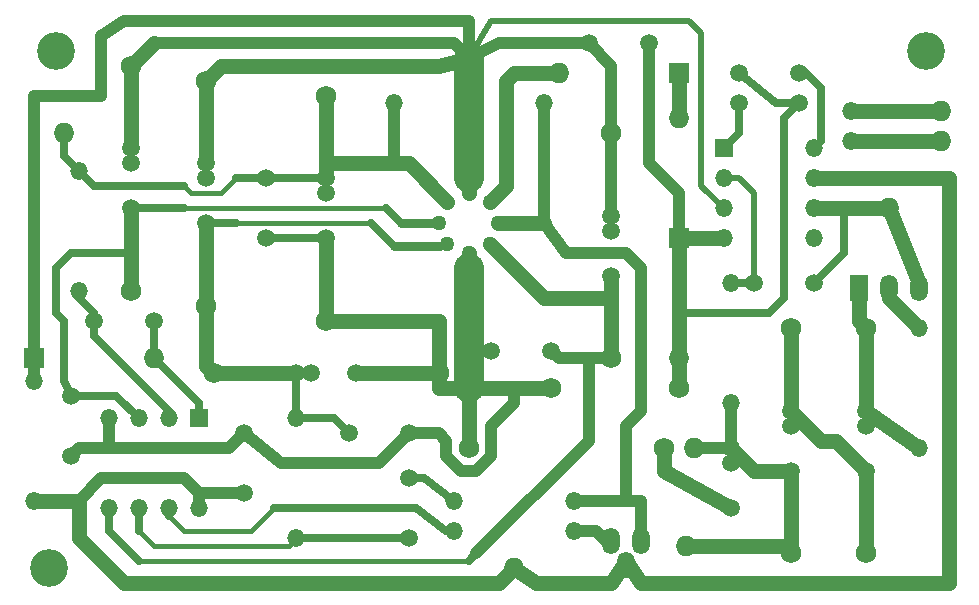
<source format=gtl>
G04 (created by PCBNEW (22-Jun-2014 BZR 4027)-stable) date Sat 16 Dec 2017 05:21:26 AM CST*
%MOIN*%
G04 Gerber Fmt 3.4, Leading zero omitted, Abs format*
%FSLAX34Y34*%
G01*
G70*
G90*
G04 APERTURE LIST*
%ADD10C,0.00590551*%
%ADD11C,0.125984*%
%ADD12C,0.05*%
%ADD13C,0.059*%
%ADD14O,0.059X0.059*%
%ADD15R,0.059X0.059*%
%ADD16R,0.069X0.069*%
%ADD17O,0.069X0.069*%
%ADD18O,0.059X0.0885*%
%ADD19R,0.059X0.0885*%
%ADD20C,0.069*%
%ADD21C,0.1*%
%ADD22C,0.05*%
%ADD23C,0.025*%
%ADD24C,0.04*%
%ADD25C,0.02*%
%ADD26C,0.015*%
%ADD27C,0.03*%
G04 APERTURE END LIST*
G54D10*
G54D11*
X63750Y-31500D03*
X63500Y-48750D03*
X92750Y-31500D03*
G54D12*
X76792Y-36542D03*
X78207Y-36542D03*
X78489Y-37250D03*
X77500Y-36260D03*
X78207Y-37957D03*
X77500Y-38239D03*
X76792Y-37957D03*
X76510Y-37250D03*
G54D13*
X71750Y-42250D03*
X73750Y-42250D03*
X72250Y-42250D03*
X66250Y-34750D03*
X66250Y-36750D03*
X66250Y-35250D03*
X68750Y-35250D03*
X68750Y-37250D03*
X68750Y-35750D03*
X82250Y-37000D03*
X82250Y-39000D03*
X82250Y-37500D03*
X72750Y-35750D03*
X72750Y-37750D03*
X72750Y-36250D03*
G54D14*
X90250Y-33500D03*
X90250Y-34500D03*
X64500Y-39500D03*
X64500Y-35500D03*
X63000Y-46500D03*
X63000Y-42500D03*
X92500Y-40750D03*
X92500Y-44750D03*
X71750Y-43750D03*
X71750Y-47750D03*
X81000Y-46500D03*
X77000Y-46500D03*
X77000Y-47500D03*
X81000Y-47500D03*
X86250Y-39250D03*
X86250Y-43250D03*
G54D15*
X86000Y-34750D03*
G54D14*
X86000Y-35750D03*
X86000Y-36750D03*
X86000Y-37750D03*
X89000Y-37750D03*
X89000Y-36750D03*
X89000Y-34750D03*
X89000Y-35750D03*
G54D15*
X68500Y-43750D03*
G54D14*
X67500Y-43750D03*
X66500Y-43750D03*
X65500Y-43750D03*
X65500Y-46750D03*
X66500Y-46750D03*
X68500Y-46750D03*
X67500Y-46750D03*
G54D16*
X84500Y-32250D03*
G54D17*
X80500Y-32250D03*
G54D16*
X84500Y-37750D03*
G54D17*
X84500Y-33750D03*
G54D16*
X63000Y-41750D03*
G54D17*
X67000Y-41750D03*
G54D13*
X65000Y-40500D03*
X67000Y-40500D03*
X73500Y-44250D03*
X75500Y-44250D03*
X64250Y-43000D03*
X64250Y-45000D03*
X81500Y-31250D03*
X83500Y-31250D03*
X70750Y-35750D03*
X70750Y-37750D03*
X86500Y-33250D03*
X88500Y-33250D03*
X88500Y-32250D03*
X86500Y-32250D03*
X87000Y-39250D03*
X89000Y-39250D03*
X80250Y-41500D03*
X78250Y-41500D03*
X75500Y-47750D03*
X75500Y-45750D03*
X70000Y-46250D03*
X70000Y-44250D03*
G54D18*
X91500Y-39397D03*
X92500Y-39397D03*
G54D19*
X90500Y-39397D03*
G54D17*
X84750Y-48000D03*
X93250Y-34500D03*
X91500Y-36750D03*
X79000Y-48750D03*
X77500Y-31750D03*
X77500Y-42750D03*
X84500Y-41750D03*
X64000Y-34250D03*
X93250Y-33500D03*
G54D18*
X83250Y-47852D03*
X82750Y-48647D03*
X82250Y-47852D03*
G54D14*
X75000Y-33250D03*
X80000Y-33250D03*
G54D20*
X80250Y-42750D03*
X84500Y-42750D03*
X77500Y-44750D03*
X84000Y-44750D03*
G54D17*
X85000Y-44750D03*
G54D13*
X86250Y-44750D03*
X86250Y-46750D03*
X86250Y-45250D03*
X88250Y-43500D03*
X88250Y-45500D03*
X88250Y-44000D03*
X90750Y-43500D03*
X90750Y-45500D03*
X90750Y-44000D03*
G54D20*
X66250Y-32000D03*
X66250Y-39500D03*
X68750Y-32500D03*
X68750Y-40000D03*
X90750Y-40750D03*
X90750Y-48250D03*
X88250Y-40750D03*
X88250Y-48250D03*
X82250Y-34250D03*
X82250Y-41750D03*
X72750Y-33000D03*
X72750Y-40500D03*
X69000Y-42250D03*
X76500Y-42250D03*
G54D21*
X77500Y-31750D02*
X77500Y-35750D01*
G54D22*
X77500Y-35750D02*
X77500Y-36260D01*
G54D23*
X68750Y-35250D02*
X68750Y-35750D01*
X66250Y-34750D02*
X66250Y-35250D01*
G54D24*
X81500Y-31250D02*
X82250Y-32000D01*
X82250Y-34250D02*
X82250Y-37000D01*
X82250Y-32000D02*
X82250Y-34250D01*
G54D25*
X77500Y-31750D02*
X78250Y-30500D01*
X85250Y-36000D02*
X86000Y-36750D01*
X85250Y-30900D02*
X85250Y-36000D01*
X84850Y-30500D02*
X85250Y-30900D01*
X78250Y-30500D02*
X84850Y-30500D01*
G54D24*
X77500Y-31750D02*
X77500Y-30500D01*
X63000Y-33000D02*
X63800Y-33000D01*
X63000Y-33800D02*
X63000Y-33000D01*
X63800Y-33000D02*
X65250Y-33000D01*
X65250Y-33000D02*
X65250Y-31000D01*
X65250Y-31000D02*
X66000Y-30500D01*
X66000Y-30500D02*
X77500Y-30500D01*
X63000Y-33800D02*
X63000Y-41750D01*
X77500Y-31750D02*
X77000Y-31250D01*
G54D22*
X66250Y-32000D02*
X66250Y-34750D01*
X67000Y-31250D02*
X66250Y-32000D01*
G54D24*
X77000Y-31250D02*
X67000Y-31250D01*
G54D22*
X77500Y-31750D02*
X76500Y-32000D01*
X68750Y-32500D02*
X68750Y-35250D01*
X69250Y-32000D02*
X68750Y-32500D01*
X76500Y-32000D02*
X69250Y-32000D01*
G54D24*
X81500Y-31250D02*
X78500Y-31250D01*
X78500Y-31250D02*
X77500Y-31750D01*
X63000Y-42500D02*
X63000Y-41750D01*
G54D23*
X86250Y-44750D02*
X86250Y-45250D01*
G54D24*
X86250Y-44750D02*
X86250Y-43250D01*
X85000Y-44750D02*
X86250Y-44750D01*
G54D22*
X88250Y-45500D02*
X87000Y-45500D01*
X87000Y-45500D02*
X86250Y-44750D01*
X87750Y-48000D02*
X84750Y-48000D01*
X88000Y-48000D02*
X88250Y-48250D01*
X87750Y-48000D02*
X88000Y-48000D01*
X88250Y-48250D02*
X88250Y-45500D01*
G54D23*
X88500Y-33250D02*
X88000Y-33750D01*
X87500Y-40250D02*
X84500Y-40250D01*
X88000Y-39750D02*
X87500Y-40250D01*
X88000Y-33750D02*
X88000Y-39750D01*
G54D24*
X78250Y-41500D02*
X77500Y-41500D01*
X79000Y-42750D02*
X79000Y-43250D01*
X76500Y-44250D02*
X76750Y-44500D01*
X76750Y-44500D02*
X76750Y-45000D01*
X76750Y-45000D02*
X77250Y-45500D01*
X77250Y-45500D02*
X77750Y-45500D01*
X77750Y-45500D02*
X78250Y-45000D01*
X78250Y-45000D02*
X78250Y-44000D01*
X78250Y-44000D02*
X79000Y-43250D01*
X76500Y-44250D02*
X75500Y-44250D01*
G54D22*
X84000Y-44750D02*
X84000Y-45500D01*
X84000Y-45500D02*
X86250Y-46750D01*
X77500Y-42750D02*
X77500Y-44750D01*
X77500Y-42750D02*
X79000Y-42750D01*
X79000Y-42750D02*
X80250Y-42750D01*
G54D21*
X77500Y-42750D02*
X77500Y-41500D01*
X77500Y-41500D02*
X77500Y-38750D01*
G54D22*
X77500Y-38750D02*
X77500Y-38239D01*
G54D23*
X70750Y-37750D02*
X72750Y-37750D01*
G54D24*
X83500Y-31250D02*
X83500Y-35250D01*
X84500Y-36750D02*
X84500Y-37750D01*
X84500Y-36250D02*
X84500Y-36750D01*
X83500Y-35250D02*
X84500Y-36250D01*
G54D22*
X72750Y-37750D02*
X72750Y-40500D01*
X76500Y-40500D02*
X72750Y-40500D01*
X76500Y-40500D02*
X76500Y-42250D01*
X77500Y-42750D02*
X76500Y-42750D01*
X76500Y-42250D02*
X73750Y-42250D01*
X76500Y-42750D02*
X76500Y-42250D01*
X84500Y-37750D02*
X86000Y-37750D01*
X84500Y-41750D02*
X84500Y-40250D01*
X84500Y-40250D02*
X84500Y-37750D01*
X84500Y-42750D02*
X84500Y-41750D01*
G54D24*
X70000Y-44250D02*
X71250Y-45250D01*
X71250Y-45250D02*
X74500Y-45250D01*
X74500Y-45250D02*
X75500Y-44250D01*
X65500Y-44750D02*
X69500Y-44750D01*
X69500Y-44750D02*
X70000Y-44250D01*
X64250Y-45000D02*
X64500Y-44750D01*
X65500Y-44750D02*
X65500Y-43750D01*
X64500Y-44750D02*
X65500Y-44750D01*
G54D23*
X86500Y-32250D02*
X87750Y-33250D01*
X87750Y-33250D02*
X88500Y-33250D01*
X89000Y-39250D02*
X90000Y-38250D01*
X90000Y-38250D02*
X90000Y-36750D01*
G54D22*
X89000Y-36750D02*
X90000Y-36750D01*
X90000Y-36750D02*
X91500Y-36750D01*
X91500Y-36750D02*
X92500Y-39250D01*
X82750Y-48500D02*
X83250Y-49250D01*
X83250Y-49250D02*
X92500Y-49250D01*
X93500Y-49250D02*
X93500Y-48250D01*
X92500Y-49250D02*
X93500Y-49250D01*
X93500Y-48250D02*
X93500Y-36750D01*
X93500Y-35750D02*
X92500Y-35750D01*
X93500Y-36750D02*
X93500Y-35750D01*
X92500Y-35750D02*
X89000Y-35750D01*
X82750Y-48500D02*
X82250Y-49250D01*
X79750Y-49250D02*
X82250Y-49250D01*
X79750Y-49250D02*
X79000Y-48750D01*
G54D24*
X68500Y-46250D02*
X70000Y-46250D01*
X64500Y-46500D02*
X65250Y-45750D01*
X68500Y-46250D02*
X68500Y-46750D01*
X68000Y-45750D02*
X68500Y-46250D01*
X65250Y-45750D02*
X68000Y-45750D01*
G54D22*
X64500Y-47750D02*
X66000Y-49250D01*
X63000Y-46500D02*
X64500Y-46500D01*
X64500Y-47750D02*
X64500Y-46500D01*
X66000Y-49250D02*
X78500Y-49250D01*
X78500Y-49250D02*
X79000Y-48750D01*
G54D24*
X83250Y-38750D02*
X82750Y-38250D01*
X83250Y-38750D02*
X83250Y-43500D01*
X83250Y-43500D02*
X82750Y-44000D01*
X82750Y-46500D02*
X82750Y-44000D01*
X80750Y-38250D02*
X80000Y-37250D01*
X82750Y-38250D02*
X80750Y-38250D01*
G54D22*
X78489Y-37250D02*
X80000Y-37250D01*
G54D24*
X80000Y-37250D02*
X80000Y-33250D01*
X83250Y-48000D02*
X83250Y-46500D01*
X83250Y-46500D02*
X82750Y-46500D01*
X82750Y-46500D02*
X81000Y-46500D01*
G54D23*
X88500Y-32250D02*
X88750Y-32250D01*
X89250Y-34500D02*
X89000Y-34750D01*
X89250Y-32750D02*
X89250Y-34500D01*
X88750Y-32250D02*
X89250Y-32750D01*
G54D22*
X92500Y-40750D02*
X91500Y-39750D01*
X91500Y-39750D02*
X91500Y-39250D01*
G54D24*
X91500Y-39750D02*
X91500Y-39250D01*
G54D23*
X75500Y-45750D02*
X76000Y-45750D01*
X76000Y-45750D02*
X77000Y-46500D01*
X71750Y-47750D02*
X75500Y-47750D01*
G54D26*
X66500Y-47500D02*
X67000Y-48000D01*
G54D23*
X66500Y-46750D02*
X66500Y-47500D01*
G54D26*
X71500Y-48000D02*
X71750Y-47750D01*
X67000Y-48000D02*
X71500Y-48000D01*
G54D23*
X90750Y-44000D02*
X90750Y-43500D01*
G54D22*
X90500Y-39250D02*
X90500Y-40500D01*
X90750Y-43500D02*
X92500Y-44750D01*
X90750Y-40750D02*
X90750Y-43500D01*
X90500Y-40500D02*
X90750Y-40750D01*
G54D23*
X88250Y-44000D02*
X88250Y-43500D01*
G54D22*
X90750Y-48250D02*
X90750Y-45500D01*
X88250Y-43500D02*
X88250Y-40750D01*
X89250Y-44500D02*
X88250Y-43500D01*
X89750Y-44500D02*
X89250Y-44500D01*
X90750Y-45500D02*
X89750Y-44500D01*
G54D23*
X67000Y-41750D02*
X67000Y-40500D01*
X68500Y-43750D02*
X68500Y-43250D01*
X68500Y-43250D02*
X67000Y-41750D01*
G54D24*
X81000Y-47500D02*
X81750Y-47500D01*
X81750Y-47500D02*
X82250Y-48000D01*
G54D23*
X86500Y-33250D02*
X86500Y-34250D01*
X86500Y-34250D02*
X86000Y-34750D01*
G54D27*
X76510Y-37250D02*
X75250Y-37250D01*
G54D23*
X66250Y-38250D02*
X64250Y-38250D01*
X64000Y-42500D02*
X64250Y-43000D01*
X64000Y-40500D02*
X64000Y-42500D01*
X63750Y-40250D02*
X64000Y-40500D01*
X63750Y-38750D02*
X63750Y-40250D01*
X64250Y-38250D02*
X63750Y-38750D01*
G54D22*
X66250Y-36750D02*
X66250Y-38250D01*
X66250Y-38250D02*
X66250Y-39500D01*
G54D23*
X66250Y-36750D02*
X68000Y-36750D01*
G54D26*
X68000Y-36750D02*
X74750Y-36750D01*
G54D23*
X74750Y-36750D02*
X75250Y-37250D01*
X64250Y-43000D02*
X65750Y-43000D01*
X65750Y-43000D02*
X66500Y-43750D01*
X71000Y-46750D02*
X75750Y-46750D01*
G54D26*
X68000Y-47500D02*
X70250Y-47500D01*
X70250Y-47500D02*
X71000Y-46750D01*
X67500Y-47000D02*
X68000Y-47500D01*
G54D23*
X76750Y-47500D02*
X77000Y-47500D01*
X75750Y-46750D02*
X76750Y-47500D01*
G54D26*
X67500Y-46750D02*
X67500Y-47000D01*
G54D23*
X67500Y-47000D02*
X67500Y-46750D01*
X65000Y-40500D02*
X65000Y-40250D01*
X64500Y-39750D02*
X64500Y-39500D01*
X65000Y-40250D02*
X64500Y-39750D01*
X67500Y-43750D02*
X67500Y-43500D01*
X65000Y-41000D02*
X65000Y-40500D01*
X67500Y-43500D02*
X65000Y-41000D01*
X71750Y-42250D02*
X72250Y-42250D01*
G54D27*
X76792Y-37957D02*
X76500Y-38000D01*
X76500Y-38000D02*
X75000Y-38000D01*
G54D23*
X71750Y-43750D02*
X71750Y-42250D01*
G54D22*
X68750Y-42000D02*
X68750Y-40000D01*
X68750Y-42000D02*
X69000Y-42250D01*
X71750Y-42250D02*
X69000Y-42250D01*
X68750Y-37250D02*
X68750Y-40000D01*
G54D26*
X74250Y-37250D02*
X69750Y-37250D01*
G54D23*
X68750Y-37250D02*
X69750Y-37250D01*
X75000Y-38000D02*
X74250Y-37250D01*
X71750Y-43750D02*
X73000Y-43750D01*
X73000Y-43750D02*
X73500Y-44250D01*
G54D22*
X90250Y-34500D02*
X93250Y-34500D01*
X90250Y-33500D02*
X93250Y-33500D01*
G54D23*
X87000Y-39250D02*
X86250Y-39250D01*
G54D25*
X86500Y-35750D02*
X87000Y-36250D01*
X86000Y-35750D02*
X86500Y-35750D01*
X87000Y-36250D02*
X87000Y-39250D01*
G54D22*
X80500Y-32250D02*
X79250Y-32250D01*
X78750Y-36000D02*
X78207Y-36542D01*
X78750Y-32500D02*
X78750Y-36000D01*
X79000Y-32250D02*
X78750Y-32500D01*
X79250Y-32250D02*
X79000Y-32250D01*
X84500Y-32250D02*
X84500Y-33750D01*
G54D23*
X77750Y-48250D02*
X77500Y-48500D01*
X66500Y-48500D02*
X65500Y-47500D01*
X65500Y-46750D02*
X65500Y-47500D01*
G54D26*
X77500Y-48500D02*
X66500Y-48500D01*
G54D24*
X81500Y-44500D02*
X77750Y-48250D01*
X81500Y-44500D02*
X81500Y-41750D01*
X82250Y-41750D02*
X81500Y-41750D01*
X81500Y-41750D02*
X80500Y-41750D01*
G54D22*
X82250Y-39750D02*
X82250Y-41750D01*
G54D24*
X80500Y-41750D02*
X80250Y-41500D01*
G54D22*
X78207Y-37957D02*
X80000Y-39750D01*
X82250Y-39750D02*
X82250Y-39000D01*
X80000Y-39750D02*
X82250Y-39750D01*
G54D26*
X68000Y-36000D02*
X68250Y-36250D01*
X69250Y-36250D02*
X69750Y-35750D01*
X68250Y-36250D02*
X69250Y-36250D01*
G54D23*
X72750Y-35750D02*
X72750Y-36250D01*
G54D24*
X75000Y-35250D02*
X75000Y-33250D01*
G54D22*
X72750Y-35250D02*
X72750Y-33000D01*
X72750Y-35750D02*
X72750Y-35250D01*
G54D23*
X70750Y-35750D02*
X72750Y-35750D01*
G54D22*
X75500Y-35250D02*
X76792Y-36542D01*
X72750Y-35250D02*
X75000Y-35250D01*
X75000Y-35250D02*
X75500Y-35250D01*
G54D26*
X68000Y-36000D02*
X68000Y-36000D01*
G54D23*
X64750Y-35750D02*
X65000Y-36000D01*
X65000Y-36000D02*
X68000Y-36000D01*
X64500Y-35500D02*
X64750Y-35750D01*
X69750Y-35750D02*
X70750Y-35750D01*
X64000Y-34250D02*
X64000Y-35000D01*
X64000Y-35000D02*
X64500Y-35500D01*
M02*

</source>
